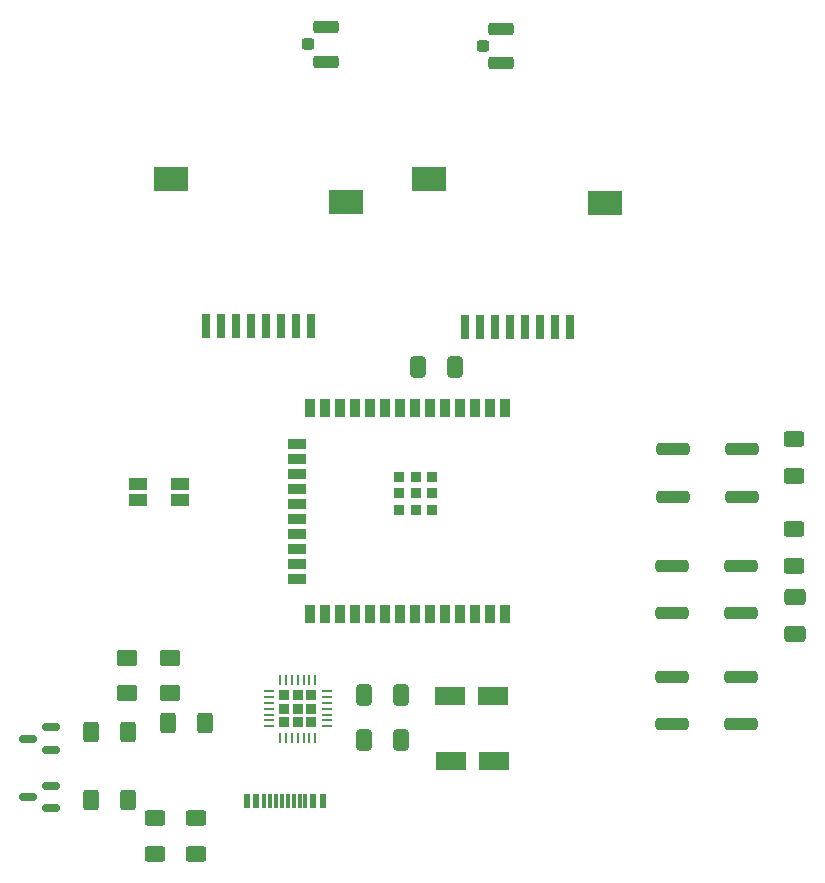
<source format=gbr>
%TF.GenerationSoftware,KiCad,Pcbnew,9.0.7*%
%TF.CreationDate,2026-01-28T06:25:16-03:00*%
%TF.ProjectId,jammerBT_v4,6a616d6d-6572-4425-945f-76342e6b6963,rev?*%
%TF.SameCoordinates,Original*%
%TF.FileFunction,Paste,Top*%
%TF.FilePolarity,Positive*%
%FSLAX46Y46*%
G04 Gerber Fmt 4.6, Leading zero omitted, Abs format (unit mm)*
G04 Created by KiCad (PCBNEW 9.0.7) date 2026-01-28 06:25:16*
%MOMM*%
%LPD*%
G01*
G04 APERTURE LIST*
G04 Aperture macros list*
%AMRoundRect*
0 Rectangle with rounded corners*
0 $1 Rounding radius*
0 $2 $3 $4 $5 $6 $7 $8 $9 X,Y pos of 4 corners*
0 Add a 4 corners polygon primitive as box body*
4,1,4,$2,$3,$4,$5,$6,$7,$8,$9,$2,$3,0*
0 Add four circle primitives for the rounded corners*
1,1,$1+$1,$2,$3*
1,1,$1+$1,$4,$5*
1,1,$1+$1,$6,$7*
1,1,$1+$1,$8,$9*
0 Add four rect primitives between the rounded corners*
20,1,$1+$1,$2,$3,$4,$5,0*
20,1,$1+$1,$4,$5,$6,$7,0*
20,1,$1+$1,$6,$7,$8,$9,0*
20,1,$1+$1,$8,$9,$2,$3,0*%
G04 Aperture macros list end*
%ADD10RoundRect,0.250000X-0.625000X0.400000X-0.625000X-0.400000X0.625000X-0.400000X0.625000X0.400000X0*%
%ADD11R,0.900000X1.500000*%
%ADD12R,1.500000X0.900000*%
%ADD13R,0.900000X0.900000*%
%ADD14RoundRect,0.250000X-1.050000X-0.550000X1.050000X-0.550000X1.050000X0.550000X-1.050000X0.550000X0*%
%ADD15RoundRect,0.250000X-1.150000X-0.250000X1.150000X-0.250000X1.150000X0.250000X-1.150000X0.250000X0*%
%ADD16RoundRect,0.250000X0.412500X0.650000X-0.412500X0.650000X-0.412500X-0.650000X0.412500X-0.650000X0*%
%ADD17RoundRect,0.250000X0.400000X0.625000X-0.400000X0.625000X-0.400000X-0.625000X0.400000X-0.625000X0*%
%ADD18RoundRect,0.250001X0.624999X-0.462499X0.624999X0.462499X-0.624999X0.462499X-0.624999X-0.462499X0*%
%ADD19RoundRect,0.150000X0.587500X0.150000X-0.587500X0.150000X-0.587500X-0.150000X0.587500X-0.150000X0*%
%ADD20R,0.800000X2.000000*%
%ADD21R,3.000000X2.000000*%
%ADD22RoundRect,0.250000X0.625000X-0.400000X0.625000X0.400000X-0.625000X0.400000X-0.625000X-0.400000X0*%
%ADD23R,0.600000X1.240000*%
%ADD24R,0.300000X1.240000*%
%ADD25R,1.500000X1.000000*%
%ADD26RoundRect,0.250000X-0.412500X-0.650000X0.412500X-0.650000X0.412500X0.650000X-0.412500X0.650000X0*%
%ADD27RoundRect,0.250000X-0.275000X-0.250000X0.275000X-0.250000X0.275000X0.250000X-0.275000X0.250000X0*%
%ADD28RoundRect,0.250000X-0.850000X-0.275000X0.850000X-0.275000X0.850000X0.275000X-0.850000X0.275000X0*%
%ADD29RoundRect,0.250000X0.650000X-0.412500X0.650000X0.412500X-0.650000X0.412500X-0.650000X-0.412500X0*%
%ADD30RoundRect,0.225000X0.225000X-0.225000X0.225000X0.225000X-0.225000X0.225000X-0.225000X-0.225000X0*%
%ADD31RoundRect,0.062500X0.062500X-0.337500X0.062500X0.337500X-0.062500X0.337500X-0.062500X-0.337500X0*%
%ADD32RoundRect,0.062500X0.337500X-0.062500X0.337500X0.062500X-0.337500X0.062500X-0.337500X-0.062500X0*%
G04 APERTURE END LIST*
D10*
%TO.C,R10*%
X141145000Y-121970000D03*
X141145000Y-125070000D03*
%TD*%
D11*
%TO.C,U4*%
X170780000Y-87260000D03*
X169510000Y-87260000D03*
X168240000Y-87260000D03*
X166970000Y-87260000D03*
X165700000Y-87260000D03*
X164430000Y-87260000D03*
X163160000Y-87260000D03*
X161890000Y-87260000D03*
X160620000Y-87260000D03*
X159350000Y-87260000D03*
X158080000Y-87260000D03*
X156810000Y-87260000D03*
X155540000Y-87260000D03*
X154270000Y-87260000D03*
D12*
X153175000Y-90295000D03*
X153175000Y-91565000D03*
X153175000Y-92835000D03*
X153175000Y-94105000D03*
X153175000Y-95375000D03*
X153175000Y-96645000D03*
X153175000Y-97915000D03*
X153175000Y-99185000D03*
X153175000Y-100455000D03*
X153175000Y-101725000D03*
D11*
X154270000Y-104760000D03*
X155540000Y-104760000D03*
X156810000Y-104760000D03*
X158080000Y-104760000D03*
X159350000Y-104760000D03*
X160620000Y-104760000D03*
X161890000Y-104760000D03*
X163160000Y-104760000D03*
X164430000Y-104760000D03*
X165700000Y-104760000D03*
X166970000Y-104760000D03*
X168240000Y-104760000D03*
X169510000Y-104760000D03*
X170780000Y-104760000D03*
D13*
X164615000Y-93110000D03*
X163215000Y-93110000D03*
X161815000Y-93110000D03*
X164615000Y-94510000D03*
X163215000Y-94510000D03*
X161815000Y-94510000D03*
X164615000Y-95910000D03*
X163215000Y-95910000D03*
X161815000Y-95910000D03*
%TD*%
D14*
%TO.C,C9*%
X166125000Y-111670000D03*
X169725000Y-111670000D03*
%TD*%
D15*
%TO.C,SW2*%
X184925000Y-110070000D03*
X190725000Y-110070000D03*
X184925000Y-114070000D03*
X190725000Y-114070000D03*
%TD*%
D16*
%TO.C,C6*%
X166522500Y-83820000D03*
X163397500Y-83820000D03*
%TD*%
D17*
%TO.C,R12*%
X138833750Y-114750000D03*
X135733750Y-114750000D03*
%TD*%
D15*
%TO.C,SW4*%
X184985000Y-90790000D03*
X190785000Y-90790000D03*
X184985000Y-94790000D03*
X190785000Y-94790000D03*
%TD*%
D18*
%TO.C,D5*%
X138735000Y-111447500D03*
X138735000Y-108472500D03*
%TD*%
D19*
%TO.C,Q2*%
X132276250Y-121190000D03*
X132276250Y-119290000D03*
X130401250Y-120240000D03*
%TD*%
D14*
%TO.C,C7*%
X166185000Y-117210000D03*
X169785000Y-117210000D03*
%TD*%
D20*
%TO.C,U5*%
X145422400Y-80380000D03*
X154312400Y-80380000D03*
D21*
X157335000Y-69879900D03*
X142450600Y-67857800D03*
D20*
X146692400Y-80380000D03*
X147962400Y-80380000D03*
X149232400Y-80380000D03*
X150502400Y-80380000D03*
X151772400Y-80380000D03*
X153042400Y-80380000D03*
%TD*%
D22*
%TO.C,R13*%
X195255000Y-100640000D03*
X195255000Y-97540000D03*
%TD*%
D23*
%TO.C,J7*%
X148915000Y-120585000D03*
X149715000Y-120585000D03*
D24*
X150865000Y-120585000D03*
X151865000Y-120585000D03*
X152365000Y-120585000D03*
X153365000Y-120585000D03*
D23*
X154515000Y-120585000D03*
X155315000Y-120585000D03*
X155315000Y-120585000D03*
X154515000Y-120585000D03*
D24*
X153865000Y-120585000D03*
X152865000Y-120585000D03*
X151365000Y-120585000D03*
X150365000Y-120585000D03*
D23*
X149715000Y-120585000D03*
X148915000Y-120585000D03*
%TD*%
D20*
%TO.C,U2*%
X167334600Y-80406000D03*
X176224600Y-80406000D03*
D21*
X179247200Y-69905900D03*
X164362800Y-67883800D03*
D20*
X168604600Y-80406000D03*
X169874600Y-80406000D03*
X171144600Y-80406000D03*
X172414600Y-80406000D03*
X173684600Y-80406000D03*
X174954600Y-80406000D03*
%TD*%
D25*
%TO.C,D1*%
X139725000Y-93710000D03*
X139725000Y-95110000D03*
X143225000Y-95110000D03*
X143225000Y-93710000D03*
%TD*%
D19*
%TO.C,Q1*%
X132276250Y-116230000D03*
X132276250Y-114330000D03*
X130401250Y-115280000D03*
%TD*%
D26*
%TO.C,C8*%
X158822500Y-115410000D03*
X161947500Y-115410000D03*
%TD*%
D17*
%TO.C,R11*%
X138833750Y-120480000D03*
X135733750Y-120480000D03*
%TD*%
D27*
%TO.C,J2*%
X154050000Y-56485000D03*
D28*
X155575000Y-55010000D03*
X155575000Y-57960000D03*
%TD*%
D22*
%TO.C,R14*%
X195255000Y-93020000D03*
X195255000Y-89920000D03*
%TD*%
D15*
%TO.C,SW3*%
X184905000Y-100650000D03*
X190705000Y-100650000D03*
X184905000Y-104650000D03*
X190705000Y-104650000D03*
%TD*%
D17*
%TO.C,R8*%
X145345000Y-113920000D03*
X142245000Y-113920000D03*
%TD*%
D29*
%TO.C,C1*%
X195275000Y-106402500D03*
X195275000Y-103277500D03*
%TD*%
D27*
%TO.C,J3*%
X168915000Y-56630000D03*
D28*
X170440000Y-55155000D03*
X170440000Y-58105000D03*
%TD*%
D10*
%TO.C,R9*%
X144590000Y-121960000D03*
X144590000Y-125060000D03*
%TD*%
D30*
%TO.C,U3*%
X152080000Y-113860000D03*
X153200000Y-113860000D03*
X154320000Y-113860000D03*
X152080000Y-112740000D03*
X153200000Y-112740000D03*
X154320000Y-112740000D03*
X152080000Y-111620000D03*
X153200000Y-111620000D03*
X154320000Y-111620000D03*
D31*
X151700000Y-115190000D03*
X152200000Y-115190000D03*
X152700000Y-115190000D03*
X153200000Y-115190000D03*
X153700000Y-115190000D03*
X154200000Y-115190000D03*
X154700000Y-115190000D03*
D32*
X155650000Y-114240000D03*
X155650000Y-113740000D03*
X155650000Y-113240000D03*
X155650000Y-112740000D03*
X155650000Y-112240000D03*
X155650000Y-111740000D03*
X155650000Y-111240000D03*
D31*
X154700000Y-110290000D03*
X154200000Y-110290000D03*
X153700000Y-110290000D03*
X153200000Y-110290000D03*
X152700000Y-110290000D03*
X152200000Y-110290000D03*
X151700000Y-110290000D03*
D32*
X150750000Y-111240000D03*
X150750000Y-111740000D03*
X150750000Y-112240000D03*
X150750000Y-112740000D03*
X150750000Y-113240000D03*
X150750000Y-113740000D03*
X150750000Y-114240000D03*
%TD*%
D18*
%TO.C,D4*%
X142430000Y-111447500D03*
X142430000Y-108472500D03*
%TD*%
D26*
%TO.C,C10*%
X158822500Y-111610000D03*
X161947500Y-111610000D03*
%TD*%
M02*

</source>
